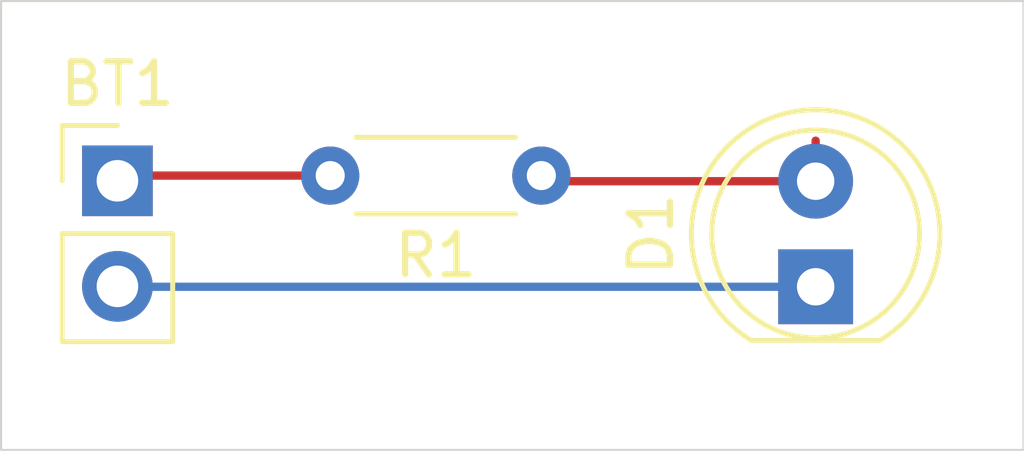
<source format=kicad_pcb>
(kicad_pcb (version 20240108) (generator "pcbnew") (generator_version "8.0")
  (layers (0 "F.Cu" signal) (31 "B.Cu" signal) (34 "B.Paste" user) (35 "F.Paste" user) (36 "B.SilkS" user "B.Silkscreen") (37 "F.SilkS" user "F.Silkscreen") (38 "B.Mask" user) (39 "F.Mask" user) (44 "Edge.Cuts" user))
  (net 0 "")
  (net 1 "Net-(BT1--)")
  (net 2 "Net-(BT1-+)")
  (net 3 "Net-(D1-A)")
  (footprint "LED_THT:LED_D5.0mm" (layer "F.Cu") (at 144.2 90.275 90)
    (property "Reference" "D1" (at 1.27 -3.96 90) (layer "F.SilkS"))
    (property "Value" "LED")
    (fp_line (start -1.29 -1.545) (end -1.29 1.545) (stroke (width 0.12)) (layer "F.SilkS"))
    (fp_arc (start -1.29 -1.54483) (mid 2.072002 -2.880433) (end 4.26 0.000462) (stroke (width 0.12)) (layer "F.SilkS"))
    (fp_arc (start 4.26 -0.000462) (mid 2.072002 2.880433) (end -1.29 1.54483) (stroke (width 0.12)) (layer "F.SilkS"))
    (fp_circle (center 1.27 0) (end 3.77 0) (stroke (width 0.12)) (fill none) (layer "F.SilkS"))
    (pad "1" thru_hole rect (at 0 0 90) (size 1.8 1.8) (drill 0.9) (layers "*.Cu" "*.Mask") (net 1 "Net-(BT1--)"))
    (pad "2" thru_hole circle (at 2.54 0 90) (size 1.8 1.8) (drill 0.9) (layers "*.Cu" "*.Mask") (net 3 "Net-(D1-A)"))
  )
  (footprint "Resistor_THT:R_Axial_DIN0204_L3.6mm_D1.6mm_P5.08mm_Horizontal" (layer "F.Cu") (at 137.6 87.6 180)
    (property "Reference" "R1" (at 2.54 -1.92 360) (layer "F.SilkS"))
    (property "Value" "470")
    (fp_line (start 0.62 0.92) (end 4.46 0.92) (stroke (width 0.12)) (layer "F.SilkS"))
    (fp_line (start 0.62 -0.92) (end 4.46 -0.92) (stroke (width 0.12)) (layer "F.SilkS"))
    (pad "1" thru_hole circle (at 0 0 180) (size 1.4 1.4) (drill 0.7) (layers "*.Cu" "*.Mask") (net 3 "Net-(D1-A)"))
    (pad "2" thru_hole oval (at 5.08 0 180) (size 1.4 1.4) (drill 0.7) (layers "*.Cu" "*.Mask") (net 2 "Net-(BT1-+)"))
  )
  (footprint "Connector_PinHeader_2.54mm:PinHeader_1x02_P2.54mm_Vertical" (layer "F.Cu") (at 127.4 87.725)
    (property "Reference" "BT1" (at 0 -2.33 0) (layer "F.SilkS"))
    (property "Value" "9V")
    (fp_line (start -1.33 -1.33) (end 0 -1.33) (stroke (width 0.12)) (layer "F.SilkS"))
    (fp_line (start -1.33 0) (end -1.33 -1.33) (stroke (width 0.12)) (layer "F.SilkS"))
    (fp_line (start -1.33 1.27) (end -1.33 3.87) (stroke (width 0.12)) (layer "F.SilkS"))
    (fp_line (start -1.33 1.27) (end 1.33 1.27) (stroke (width 0.12)) (layer "F.SilkS"))
    (fp_line (start -1.33 3.87) (end 1.33 3.87) (stroke (width 0.12)) (layer "F.SilkS"))
    (fp_line (start 1.33 1.27) (end 1.33 3.87) (stroke (width 0.12)) (layer "F.SilkS"))
    (pad "1" thru_hole rect (at 0 0) (size 1.7 1.7) (drill 1) (layers "*.Cu" "*.Mask") (net 2 "Net-(BT1-+)"))
    (pad "2" thru_hole oval (at 0 2.54) (size 1.7 1.7) (drill 1) (layers "*.Cu" "*.Mask") (net 1 "Net-(BT1--)"))
  )
  (gr_rect (start 124.6 83.4) (end 149.2 94.2) (stroke (width 0.05)) (fill none) (layer "Edge.Cuts"))
  (segment (start 127.41 90.275) (end 127.4 90.265) (width 0.2) (layer "F.Cu") (net 1))
  (segment (start 127.41 90.275) (end 127.4 90.265) (width 0.2) (layer "B.Cu") (net 1))
  (segment (start 144.2 90.275) (end 127.41 90.275) (width 0.2) (layer "B.Cu") (net 1))
  (segment (start 132.52 87.6) (end 127.525 87.6) (width 0.2) (layer "F.Cu") (net 2))
  (segment (start 132.46 87.66) (end 132.52 87.6) (width 0.2) (layer "F.Cu") (net 2))
  (segment (start 127.525 87.6) (end 127.4 87.725) (width 0.2) (layer "F.Cu") (net 2))
  (segment (start 144.2 86.76) (end 144.2 87.735) (width 0.2) (layer "F.Cu") (net 3))
  (segment (start 144.2 87.735) (end 137.735 87.735) (width 0.2) (layer "F.Cu") (net 3))
  (segment (start 137.735 87.735) (end 137.6 87.6) (width 0.2) (layer "F.Cu") (net 3))
)
</source>
